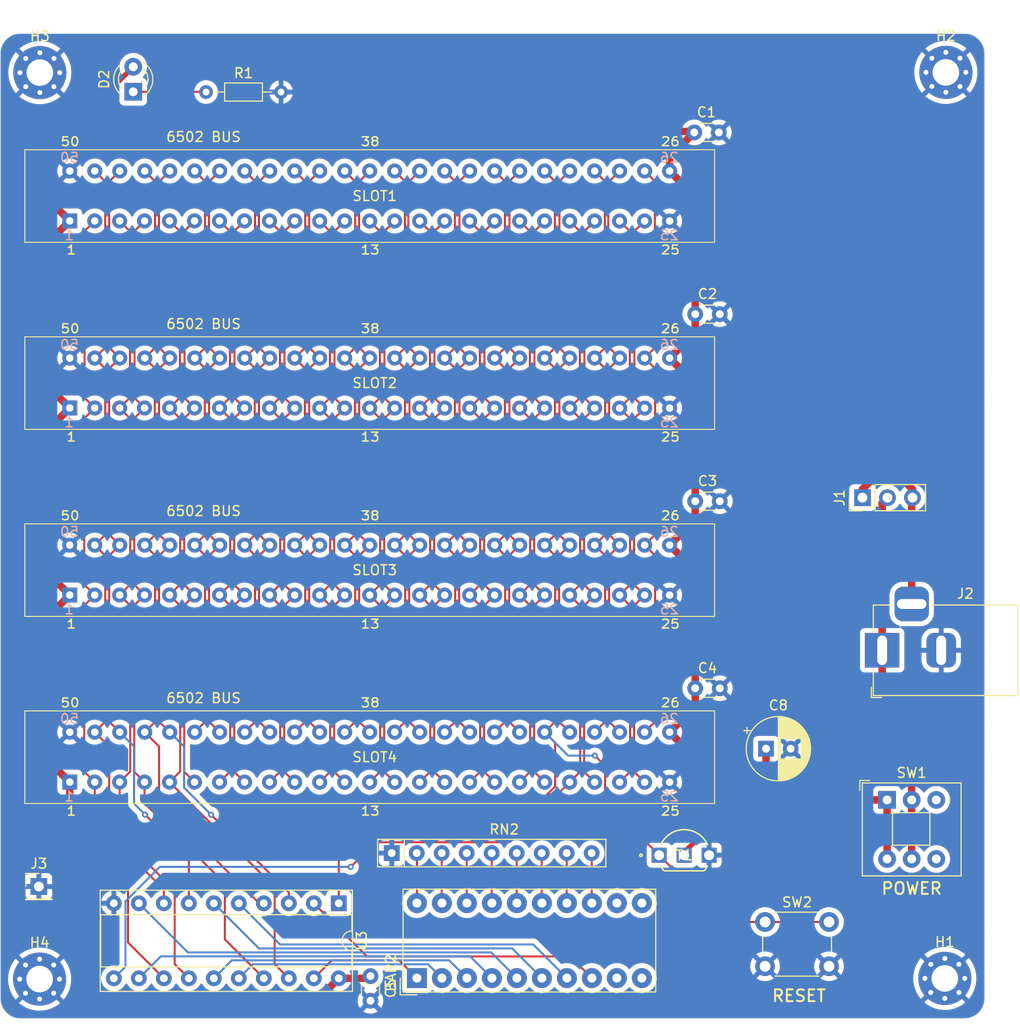
<source format=kicad_pcb>
(kicad_pcb (version 20221018) (generator pcbnew)
  (title_block (title "6502 Motherboard") (date "2023-10-17") (rev "1.0") (company "Mariano Luna"))
  (layers (0 "F.Cu" signal) (31 "B.Cu" signal) (34 "B.Paste" user) (35 "F.Paste" user) (36 "B.SilkS" user "B.Silkscreen") (37 "F.SilkS" user "F.Silkscreen") (38 "B.Mask" user) (39 "F.Mask" user) (44 "Edge.Cuts" user))
  (net 0 "")
  (net 1 "/L0")
  (net 2 "/L1")
  (net 3 "/L2")
  (net 4 "/L3")
  (net 5 "/L4")
  (net 6 "/L5")
  (net 7 "/L6")
  (net 8 "/L7")
  (net 13 "Net-(RN2-R8)")
  (net 14 "Net-(RN2-R7)")
  (net 15 "Net-(RN2-R6)")
  (net 16 "Net-(RN2-R5)")
  (net 17 "Net-(RN2-R4)")
  (net 18 "Net-(RN2-R3)")
  (net 19 "Net-(RN2-R2)")
  (net 20 "Net-(RN2-R1)")
  (net 21 "VCC")
  (net 22 "GND")
  (net 23 "Net-(D2-K)")
  (net 24 "/AUX GND")
  (net 25 "/5VDC IN")
  (net 26 "D4")
  (net 27 "D5")
  (net 28 "D6")
  (net 29 "D7")
  (net 30 "A0")
  (net 31 "A1")
  (net 32 "A2")
  (net 33 "A3")
  (net 34 "A4")
  (net 35 "A5")
  (net 36 "A6")
  (net 37 "A7")
  (net 38 "NC14")
  (net 39 "NC15")
  (net 40 "NC33")
  (net 41 "NC34")
  (net 42 "CLK")
  (net 43 "~{ROM_CS}")
  (net 44 "~{NMI}")
  (net 45 "~{IO_CS}")
  (net 46 "~{IO_06}")
  (net 47 "~{IO_04}")
  (net 48 "~{IO_02}")
  (net 49 "~{IO_01}")
  (net 50 "~{IO_03}")
  (net 51 "~{IO_05}")
  (net 52 "~{IO_07}")
  (net 53 "~{RESET}")
  (net 54 "~{IRQ}")
  (net 55 "~{RAM_CS}")
  (net 56 "~{RD}")
  (net 57 "~{WR}")
  (net 58 "NC37")
  (net 59 "A8")
  (net 60 "A9")
  (net 61 "A10")
  (net 62 "A11")
  (net 63 "A12")
  (net 64 "A13")
  (net 65 "A14")
  (net 66 "A15")
  (net 67 "D0")
  (net 68 "D1")
  (net 69 "D2")
  (net 70 "D3")
  (net 73 "~{IO_08}")
  (footprint "Package_DIP:DIP-20_W7.62mm_Socket" (layer "F.Cu") (at 119.38 140.3 -90)
    (fp_text reference "U3")
    (fp_text value "74HCT273")
  )
  (footprint "Display:HDSP-4850" (layer "F.Cu") (at 127.32 147.9 90)
    (fp_text reference "BAR2")
    (fp_text value "HDSP-4850_2")
  )
  (footprint "LED_THT:LED_D3.0mm" (layer "F.Cu") (at 98.49 57.875 90)
    (fp_text reference "D2")
    (fp_text value "POWER")
  )
  (footprint "Connector_Card:EDAC 395-050-520-201" (layer "F.Cu") (at 122.52 87.46)
    (fp_text reference "SLOT2")
    (fp_text value "6502 BUS ")
  )
  (footprint "Connector_PinHeader_2.54mm:PinHeader_1x01_P2.54mm_Vertical" (layer "F.Cu") (at 88.9 138.6)
    (fp_text reference "J3")
    (fp_text value "GND")
  )
  (footprint "Connector_Card:EDAC 395-050-520-201" (layer "F.Cu") (at 122.52 125.46)
    (fp_text reference "SLOT4")
    (fp_text value "6502 BUS ")
  )
  (footprint "MountingHole:MountingHole_2.7mm_M2.5_Pad_Via" (layer "F.Cu") (at 88.975 148)
    (fp_text reference "H4")
    (fp_text value "M")
  )
  (footprint "MountingHole:MountingHole_2.7mm_M2.5_Pad_Via" (layer "F.Cu") (at 89 55.925)
    (fp_text reference "H3")
    (fp_text value "M")
  )
  (footprint "Connector_Card:EDAC 395-050-520-201" (layer "F.Cu") (at 122.52 106.46)
    (fp_text reference "SLOT3")
    (fp_text value "6502 BUS ")
  )
  (footprint "Capacitor_THT:C_Disc_D3.0mm_W1.6mm_P2.50mm" (layer "F.Cu") (at 155.6 118.46)
    (fp_text reference "C4")
    (fp_text value "0.1uF")
  )
  (footprint "MountingHole:MountingHole_2.7mm_M2.5_Pad_Via" (layer "F.Cu") (at 181.075 55.9)
    (fp_text reference "H2")
    (fp_text value "M")
  )
  (footprint "Connector_BarrelJack:BarrelJack_Horizontal" (layer "F.Cu") (at 174.6 114.6 180)
    (fp_text reference "J2")
    (fp_text value "POWER 5V")
  )
  (footprint "Capacitor_THT:C_Disc_D3.0mm_W1.6mm_P2.50mm" (layer "F.Cu") (at 122.6 147.7 -90)
    (fp_text reference "C5")
    (fp_text value "0.1uF")
  )
  (footprint "Capacitor_THT:C_Disc_D3.0mm_W1.6mm_P2.50mm" (layer "F.Cu") (at 155.6 80.46)
    (fp_text reference "C2")
    (fp_text value "0.1uF")
  )
  (footprint "Package_TO_SOT_THT:21-0248A_MAXIM" (layer "F.Cu") (at 151.93625 135.42075)
    (fp_text reference "T1")
    (fp_text value "DS-1813")
  )
  (footprint "Resistor_THT:R_Array_SIP9" (layer "F.Cu") (at 124.76 135.2)
    (fp_text reference "RN2")
    (fp_text value "R_Network08_US")
  )
  (footprint "Resistor_THT:R_Axial_DIN0204_L3.6mm_D1.6mm_P7.62mm_Horizontal" (layer "F.Cu") (at 105.89 57.9)
    (fp_text reference "R1")
    (fp_text value "220")
  )
  (footprint "Connector_Card:EDAC 395-050-520-201" (layer "F.Cu") (at 122.52 68.46)
    (fp_text reference "SLOT1")
    (fp_text value "6502 BUS ")
  )
  (footprint "Capacitor_THT:C_Disc_D3.0mm_W1.6mm_P2.50mm" (layer "F.Cu") (at 155.6 99.46)
    (fp_text reference "C3")
    (fp_text value "0.1uF")
  )
  (footprint "Button_Switch_THT:SW_Push_2P2T_Toggle_CK_PVA2OAH5xxxxxxV2" (layer "F.Cu") (at 175.1 129.8)
    (fp_text reference "SW1")
    (fp_text value "POWER")
  )
  (footprint "Connector_PinHeader_2.54mm:PinHeader_1x03_P2.54mm_Vertical" (layer "F.Cu") (at 172.6 99.1 90)
    (fp_text reference "J1")
    (fp_text value "AUX 5VDC")
  )
  (footprint "Capacitor_THT:C_Disc_D3.0mm_W1.6mm_P2.50mm" (layer "F.Cu") (at 155.5 62)
    (fp_text reference "C1")
    (fp_text value "0.1uF")
  )
  (footprint "MountingHole:MountingHole_2.7mm_M2.5_Pad_Via" (layer "F.Cu") (at 180.968109 147.931891)
    (fp_text reference "H1")
    (fp_text value "M")
  )
  (footprint "Button_Switch_THT:SW_PUSH_6mm_H5mm" (layer "F.Cu") (at 162.7 142.2)
    (fp_text reference "SW2")
    (fp_text value "SW_Push")
  )
  (footprint "Capacitor_THT:CP_Radial_D6.3mm_P2.50mm" (layer "F.Cu") (at 162.8 124.6)
    (fp_text reference "C8")
    (fp_text value "1000uF")
  )
  (gr_arc (start 184.997387 149.95778) (mid 184.4 151.4) (end 182.95778 151.997387) (stroke (width 0.05)) (layer "Edge.Cuts"))
  (gr_line (start 85.002613 149.95778) (end 85.002613 54) (stroke (width 0.05)) (layer "Edge.Cuts"))
  (gr_arc (start 87.04222 151.997387) (mid 85.6 151.4) (end 85.002613 149.95778) (stroke (width 0.05)) (layer "Edge.Cuts"))
  (gr_line (start 182.95778 151.997387) (end 87.04222 151.997387) (stroke (width 0.05)) (layer "Edge.Cuts"))
  (gr_line (start 185 54) (end 185 149.95778) (stroke (width 0.05)) (layer "Edge.Cuts"))
  (gr_line (start 182.960393 51.960393) (end 87 51.960393) (stroke (width 0.05)) (layer "Edge.Cuts"))
  (gr_arc (start 85 54) (mid 85.577584 52.565983) (end 87 51.960393) (stroke (width 0.05)) (layer "Edge.Cuts"))
  (gr_arc (start 182.960393 51.960393) (mid 184.402613 52.55778) (end 185 54) (stroke (width 0.05)) (layer "Edge.Cuts"))
  (gr_text "RESET" (at 163.3 150.4) (layer "F.SilkS") (effects (font (size 1.2 1.2) (thickness 0.2) bold) (justify left bottom)))
  (segment (start 122.072989 146.1032) (end 125.5232 146.1032) (width 0.2032) (layer "F.Cu") (net 1))
  (segment (start 118.66 146.1) (end 122.069789 146.1) (width 0.2032) (layer "F.Cu") (net 1))
  (segment (start 125.5232 146.1032) (end 127.32 147.9) (width 0.2032) (layer "F.Cu") (net 1))
  (segment (start 116.84 147.92) (end 118.66 146.1) (width 0.2032) (layer "F.Cu") (net 1))
  (segment (start 122.069789 146.1) (end 122.072989 146.1032) (width 0.2032) (layer "F.Cu") (net 1))
  (segment (start 110.64 146.5) (end 128.46 146.5) (width 0.2032) (layer "B.Cu") (net 2))
  (segment (start 128.46 146.5) (end 129.86 147.9) (width 0.2032) (layer "B.Cu") (net 2))
  (segment (start 109.22 147.92) (end 110.64 146.5) (width 0.2032) (layer "B.Cu") (net 2))
  (segment (start 106.68 147.92) (end 108.5032 146.0968) (width 0.2032) (layer "B.Cu") (net 3))
  (segment (start 130.5968 146.0968) (end 132.4 147.9) (width 0.2032) (layer "B.Cu") (net 3))
  (segment (start 108.5032 146.0968) (end 130.5968 146.0968) (width 0.2032) (layer "B.Cu") (net 3))
  (segment (start 132.7336 145.6936) (end 134.94 147.9) (width 0.2032) (layer "B.Cu") (net 4))
  (segment (start 99.06 147.92) (end 101.2864 145.6936) (width 0.2032) (layer "B.Cu") (net 4))
  (segment (start 101.2864 145.6936) (end 132.7336 145.6936) (width 0.2032) (layer "B.Cu") (net 4))
  (segment (start 104.0504 145.2904) (end 134.8704 145.2904) (width 0.2032) (layer "B.Cu") (net 5))
  (segment (start 99.06 140.3) (end 104.0504 145.2904) (width 0.2032) (layer "B.Cu") (net 5))
  (segment (start 134.8704 145.2904) (end 137.48 147.9) (width 0.2032) (layer "B.Cu") (net 5))
  (segment (start 111.2672 144.8872) (end 137.0072 144.8872) (width 0.2032) (layer "B.Cu") (net 6))
  (segment (start 106.68 140.3) (end 111.2672 144.8872) (width 0.2032) (layer "B.Cu") (net 6))
  (segment (start 137.0072 144.8872) (end 140.02 147.9) (width 0.2032) (layer "B.Cu") (net 6))
  (segment (start 139.144 144.484) (end 142.56 147.9) (width 0.2032) (layer "B.Cu") (net 7))
  (segment (start 113.404 144.484) (end 139.144 144.484) (width 0.2032) (layer "B.Cu") (net 7))
  (segment (start 109.22 140.3) (end 113.404 144.484) (width 0.2032) (layer "B.Cu") (net 7))
  (segment (start 142.9 145.7) (end 145.1 147.9) (width 0.2032) (layer "F.Cu") (net 8))
  (segment (start 116.84 140.3) (end 122.24 145.7) (width 0.2032) (layer "F.Cu") (net 8))
  (segment (start 122.24 145.7) (end 142.9 145.7) (width 0.2032) (layer "F.Cu") (net 8))
  (segment (start 145.08 135.2) (end 145.08 140.26) (width 0.2032) (layer "F.Cu") (net 13))
  (segment (start 145.08 140.26) (end 145.1 140.28) (width 0.2032) (layer "F.Cu") (net 13))
  (segment (start 142.54 135.2) (end 142.54 140.26) (width 0.2032) (layer "F.Cu") (net 14))
  (segment (start 142.54 140.26) (end 142.56 140.28) (width 0.2032) (layer "F.Cu") (net 14))
  (segment (start 140 140.26) (end 140.02 140.28) (width 0.2032) (layer "F.Cu") (net 15))
  (segment (start 140 135.2) (end 140 140.26) (width 0.2032) (layer "F.Cu") (net 15))
  (segment (start 137.46 140.26) (end 137.48 140.28) (width 0.2032) (layer "F.Cu") (net 16))
  (segment (start 137.46 135.2) (end 137.46 140.26) (width 0.2032) (layer "F.Cu") (net 16))
  (segment (start 134.92 135.2) (end 134.92 140.26) (width 0.2032) (layer "F.Cu") (net 17))
  (segment (start 134.92 140.26) (end 134.94 140.28) (width 0.2032) (layer "F.Cu") (net 17))
  (segment (start 132.38 140.26) (end 132.4 140.28) (width 0.2032) (layer "F.Cu") (net 18))
  (segment (start 132.38 135.2) (end 132.38 140.26) (width 0.2032) (layer "F.Cu") (net 18))
  (segment (start 129.84 135.2) (end 129.84 140.26) (width 0.2032) (layer "F.Cu") (net 19))
  (segment (start 129.84 140.26) (end 129.86 140.28) (width 0.2032) (layer "F.Cu") (net 19))
  (segment (start 127.32 135.22) (end 127.3 135.2) (width 0.2032) (layer "F.Cu") (net 20))
  (segment (start 127.32 140.28) (end 127.32 135.22) (width 0.2032) (layer "F.Cu") (net 20))
  (segment (start 92.04 127.99) (end 90.3 126.25) (width 0.762) (layer "F.Cu") (net 21))
  (segment (start 158.94 128.86) (end 159.88 129.8) (width 0.762) (layer "F.Cu") (net 21))
  (segment (start 119.38 147.92) (end 122.38 147.92) (width 0.762) (layer "F.Cu") (net 21))
  (segment (start 92.04 145.94) (end 95.9 149.8) (width 0.762) (layer "F.Cu") (net 21))
  (segment (start 153 65.92) (end 155.6 68.52) (width 0.762) (layer "F.Cu") (net 21))
  (segment (start 159.88 129.8) (end 175.1 129.8) (width 0.762) (layer "F.Cu") (net 21))
  (segment (start 98.49 55.335) (end 92.5 61.325) (width 0.508) (layer "F.Cu") (net 21))
  (segment (start 153 64.5) (end 155.5 62) (width 0.762) (layer "F.Cu") (net 21))
  (segment (start 162.8 126.8) (end 159.84 129.76) (width 0.762) (layer "F.Cu") (net 21))
  (segment (start 155.6 106.52) (end 155.6 118.46) (width 0.762) (layer "F.Cu") (net 21))
  (segment (start 90.1 72.93) (end 92.04 70.99) (width 0.762) (layer "F.Cu") (net 21))
  (segment (start 122.38 147.92) (end 122.6 147.7) (width 0.762) (layer "F.Cu") (net 21))
  (segment (start 155.6 68.52) (end 155.6 80.46) (width 0.762) (layer "F.Cu") (net 21))
  (segment (start 155.6 87.52) (end 155.6 99.46) (width 0.762) (layer "F.Cu") (net 21))
  (segment (start 92.04 89.99) (end 90.1 88.05) (width 0.762) (layer "F.Cu") (net 21))
  (segment (start 90.2 107.15) (end 90.2 91.83) (width 0.762) (layer "F.Cu") (net 21))
  (segment (start 155.5 62) (end 155.4 61.9) (width 0.762) (layer "F.Cu") (net 21))
  (segment (start 95.9 149.8) (end 117.5 149.8) (width 0.762) (layer "F.Cu") (net 21))
  (segment (start 155.6 101.32) (end 153 103.92) (width 0.762) (layer "F.Cu") (net 21))
  (segment (start 90.2 91.83) (end 92.04 89.99) (width 0.762) (layer "F.Cu") (net 21))
  (segment (start 92.04 108.99) (end 90.2 107.15) (width 0.762) (layer "F.Cu") (net 21))
  (segment (start 155.4 61.9) (end 92.5 61.9) (width 0.762) (layer "F.Cu") (net 21))
  (segment (start 153 103.92) (end 155.6 106.52) (width 0.762) (layer "F.Cu") (net 21))
  (segment (start 155.6 118.46) (end 155.6 120.32) (width 0.762) (layer "F.Cu") (net 21))
  (segment (start 175.1 129.8) (end 175.1 135.8) (width 0.762) (layer "F.Cu") (net 21))
  (segment (start 90.1 69.05) (end 92.04 70.99) (width 0.762) (layer "F.Cu") (net 21))
  (segment (start 155.6 80.46) (end 155.6 82.32) (width 0.762) (layer "F.Cu") (net 21))
  (segment (start 153 65.92) (end 153 64.5) (width 0.762) (layer "F.Cu") (net 21))
  (segment (start 155.6 120.32) (end 153 122.92) (width 0.762) (layer "F.Cu") (net 21))
  (segment (start 155.6 99.46) (end 155.6 101.32) (width 0.762) (layer "F.Cu") (net 21))
  (segment (start 159.84 129.76) (end 159.3 129.22) (width 0.762) (layer "F.Cu") (net 21))
  (segment (start 154.47625 135.12375) (end 159.84 129.76) (width 0.508) (layer "F.Cu") (net 21))
  (segment (start 90.3 110.73) (end 92.04 108.99) (width 0.762) (layer "F.Cu") (net 21))
  (segment (start 90.3 126.25) (end 90.3 110.73) (width 0.762) (layer "F.Cu") (net 21))
  (segment (start 153 122.92) (end 158.94 128.86) (width 0.762) (layer "F.Cu") (net 21))
  (segment (start 154.47625 135.42075) (end 154.47625 135.12375) (width 0.508) (layer "F.Cu") (net 21))
  (segment (start 162.8 124.6) (end 162.8 126.8) (width 0.762) (layer "F.Cu") (net 21))
  (segment (start 92.04 127.99) (end 92.04 145.94) (width 0.762) (layer "F.Cu") (net 21))
  (segment (start 92.5 61.9) (end 90.1 64.3) (width 0.762) (layer "F.Cu") (net 21))
  (segment (start 159.3 129.22) (end 158.94 128.86) (width 0.508) (layer "F.Cu") (net 21))
  (segment (start 155.6 82.32) (end 153 84.92) (width 0.762) (layer "F.Cu") (net 21))
  (segment (start 153 84.92) (end 155.6 87.52) (width 0.762) (layer "F.Cu") (net 21))
  (segment (start 90.1 88.05) (end 90.1 72.93) (width 0.762) (layer "F.Cu") (net 21))
  (segment (start 92.5 61.325) (end 92.5 61.9) (width 0.508) (layer "F.Cu") (net 21))
  (segment (start 117.5 149.8) (end 119.38 147.92) (width 0.762) (layer "F.Cu") (net 21))
  (segment (start 90.1 64.3) (end 90.1 69.05) (width 0.762) (layer "F.Cu") (net 21))
  (segment (start 105.865 57.875) (end 105.89 57.9) (width 0.2032) (layer "F.Cu") (net 23))
  (segment (start 98.49 57.875) (end 105.865 57.875) (width 0.2032) (layer "F.Cu") (net 23))
  (segment (start 177.68 98.24) (end 176.74 97.3) (width 0.762) (layer "F.Cu") (net 24))
  (segment (start 173.54 97.3) (end 172.6 98.24) (width 0.762) (layer "F.Cu") (net 24))
  (segment (start 176.74 97.3) (end 173.54 97.3) (width 0.762) (layer "F.Cu") (net 24))
  (segment (start 172.6 98.24) (end 172.6 99.1) (width 0.762) (layer "F.Cu") (net 24))
  (segment (start 177.6 99.18) (end 177.68 99.1) (width 0.762) (layer "F.Cu") (net 24))
  (segment (start 177.6 109.9) (end 177.6 99.18) (width 0.762) (layer "F.Cu") (net 24))
  (segment (start 177.68 99.1) (end 177.68 98.24) (width 0.762) (layer "F.Cu") (net 24))
  (segment (start 175.14 99.1) (end 174.6 99.64) (width 0.762) (layer "F.Cu") (net 25))
  (segment (start 177.6 135.8) (end 177.6 129.8) (width 0.762) (layer "F.Cu") (net 25))
  (segment (start 174.6 114.6) (end 174.6 124.9) (width 0.762) (layer "F.Cu") (net 25))
  (segment (start 174.6 99.64) (end 174.6 114.6) (width 0.762) (layer "F.Cu") (net 25))
  (segment (start 174.6 124.9) (end 177.6 127.9) (width 0.762) (layer "F.Cu") (net 25))
  (segment (start 177.6 127.9) (end 177.6 129.8) (width 0.762) (layer "F.Cu") (net 25))
  (segment (start 96.0464 133.3464) (end 101.6 138.9) (width 0.2032) (layer "F.Cu") (net 26))
  (segment (start 95.6436 85.9836) (end 95.6436 102.8564) (width 0.2032) (layer "F.Cu") (net 26))
  (segment (start 95.6436 121.8564) (end 94.58 122.92) (width 0.2032) (layer "F.Cu") (net 26))
  (segment (start 94.58 103.92) (end 95.6436 104.9836) (width 0.2032) (layer "F.Cu") (net 26))
  (segment (start 101.6 138.9) (end 101.6 140.3) (width 0.2032) (layer "F.Cu") (net 26))
  (segment (start 94.58 65.92) (end 95.6436 66.9836) (width 0.2032) (layer "F.Cu") (net 26))
  (segment (start 95.6436 66.9836) (end 95.6436 83.8564) (width 0.2032) (layer "F.Cu") (net 26))
  (segment (start 95.6436 83.8564) (end 94.58 84.92) (width 0.2032) (layer "F.Cu") (net 26))
  (segment (start 94.58 84.92) (end 95.6436 85.9836) (width 0.2032) (layer "F.Cu") (net 26))
  (segment (start 95.6436 102.8564) (end 94.58 103.92) (width 0.2032) (layer "F.Cu") (net 26))
  (segment (start 95.6436 104.9836) (end 95.6436 121.8564) (width 0.2032) (layer "F.Cu") (net 26))
  (segment (start 96.0464 124.3864) (end 96.0464 133.3464) (width 0.2032) (layer "F.Cu") (net 26))
  (segment (start 94.58 122.92) (end 96.0464 124.3864) (width 0.2032) (layer "F.Cu") (net 26))
  (segment (start 99.7 131.3) (end 104.14 135.74) (width 0.2032) (layer "F.Cu") (net 27))
  (segment (start 96.0464 121.8464) (end 96.0464 104.9936) (width 0.2032) (layer "F.Cu") (net 27))
  (segment (start 104.14 135.74) (end 104.14 140.3) (width 0.2032) (layer "F.Cu") (net 27))
  (segment (start 96.0464 66.9936) (end 96.0464 83.8464) (width 0.2032) (layer "F.Cu") (net 27))
  (segment (start 96.0464 104.9936) (end 97.12 103.92) (width 0.2032) (layer "F.Cu") (net 27))
  (segment (start 97.12 84.92) (end 96.0464 85.9936) (width 0.2032) (layer "F.Cu") (net 27))
  (segment (start 96.0464 85.9936) (end 96.0464 102.8464) (width 0.2032) (layer "F.Cu") (net 27))
  (segment (start 96.0464 102.8464) (end 97.12 103.92) (width 0.2032) (layer "F.Cu") (net 27))
  (segment (start 96.0464 83.8464) (end 97.12 84.92) (width 0.2032) (layer "F.Cu") (net 27))
  (segment (start 97.12 122.92) (end 96.0464 121.8464) (width 0.2032) (layer "F.Cu") (net 27))
  (segment (start 97.12 65.92) (end 96.0464 66.9936) (width 0.2032) (layer "F.Cu") (net 27))
  (via (at 99.7 131.3) (size 0.61) (drill 0.3) (layers "F.Cu" "B.Cu") (net 27))
  (segment (start 98.5764 124.3764) (end 97.12 122.92) (width 0.2032) (layer "B.Cu") (net 27))
  (segment (start 98.5764 130.1764) (end 98.5764 124.3764) (width 0.2032) (layer "B.Cu") (net 27))
  (segment (start 99.7 131.3) (end 98.5764 130.1764) (width 0.2032) (layer "B.Cu") (net 27))
  (segment (start 100.7036 66.9636) (end 100.7036 83.8764) (width 0.2032) (layer "F.Cu") (net 28))
  (segment (start 100.6782 85.9382) (end 99.66 84.92) (width 0.2032) (layer "F.Cu") (net 28))
  (segment (start 111.3 140.3) (end 111.76 140.3) (width 0.2032) (layer "F.Cu") (net 28))
  (segment (start 100.7036 121.8764) (end 99.66 122.92) (width 0.2032) (layer "F.Cu") (net 28))
  (segment (start 99.66 65.92) (end 100.7036 66.9636) (width 0.2032) (layer "F.Cu") (net 28))
  (segment (start 99.66 103.92) (end 100.7036 104.9636) (width 0.2032) (layer "F.Cu") (net 28))
  (segment (start 100.7036 83.8764) (end 99.66 84.92) (width 0.2032) (layer "F.Cu") (net 28))
  (segment (start 99.66 122.92) (end 101.1164 124.3764) (width 0.2032) (layer "F.Cu") (net 28))
  (segment (start 101.1164 124.3764) (end 101.1164 130.1164) (width 0.2032) (layer "F.Cu") (net 28))
  (segment (start 100.7036 104.9636) (end 100.7036 121.8764) (width 0.2032) (layer "F.Cu") (net 28))
  (segment (start 99.66 103.92) (end 100.6782 102.9018) (width 0.2032) (layer "F.Cu") (net 28))
  (segment (start 100.6782 102.9018) (end 100.6782 85.9382) (width 0.2032) (layer "F.Cu") (net 28))
  (segment (start 101.1164 130.1164) (end 111.3 140.3) (width 0.2032) (layer "F.Cu") (net 28))
  (segment (start 102.2 65.92) (end 101.1068 67.0132) (width 0.2032) (layer "F.Cu") (net 29))
  (segment (start 101.1068 67.0132) (end 101.1068 83.8268) (width 0.2032) (layer "F.Cu") (net 29))
  (segment (start 101.1164 86.0036) (end 101.1164 102.8364) (width 0.2032) (layer "F.Cu") (net 29))
  (segment (start 101.1164 121.8364) (end 101.1164 105.0036) (width 0.2032) (layer "F.Cu") (net 29))
  (segment (start 114.3 139.2) (end 114.3 140.3) (width 0.2032) (layer "F.Cu") (net 29))
  (segment (start 101.1164 105.0036) (end 102.2 103.92) (width 0.2032) (layer "F.Cu") (net 29))
  (segment (start 102.2 84.92) (end 101.1164 86.0036) (width 0.2032) (layer "F.Cu") (net 29))
  (segment (start 102.2 122.92) (end 101.1164 121.8364) (width 0.2032) (layer "F.Cu") (net 29))
  (segment (start 101.1068 83.8268) (end 102.2 84.92) (width 0.2032) (layer "F.Cu") (net 29))
  (segment (start 106.4 131.3) (end 114.3 139.2) (width 0.2032) (layer "F.Cu") (net 29))
  (segment (start 101.1164 102.8364) (end 102.2 103.92) (width 0.2032) (layer "F.Cu") (net 29))
  (via (at 106.4 131.3) (size 0.61) (drill 0.3) (layers "F.Cu" "B.Cu") (net 29))
  (segment (start 103.6564 128.5564) (end 103.6564 124.3764) (width 0.2032) (layer "B.Cu") (net 29))
  (segment (start 103.6564 124.3764) (end 102.2 122.92) (width 0.2032) (layer "B.Cu") (net 29))
  (segment (start 106.4 131.3) (end 103.6564 128.5564) (width 0.2032) (layer "B.Cu") (net 29))
  (segment (start 103.6764 91.0336) (end 104.72 89.99) (width 0.2032) (layer "F.Cu") (net 30))
  (segment (start 104.72 108.99) (end 103.6764 110.0336) (width 0.2032) (layer "F.Cu") (net 30))
  (segment (start 104.72 108.99) (end 103.6764 107.9464) (width 0.2032) (layer "F.Cu") (net 30))
  (segment (start 103.6764 107.9464) (end 103.6764 91.0336) (width 0.2032) (layer "F.Cu") (net 30))
  (segment (start 104.72 89.99) (end 103.7018 88.9718) (width 0.2032) (layer "F.Cu") (net 30))
  (segment (start 103.7018 88.9718) (end 103.7018 72.0082) (width 0.2032) (layer "F.Cu") (net 30))
  (segment (start 103.6764 110.0336) (end 103.6764 126.9464) (width 0.2032) (layer "F.Cu") (net 30))
  (segment (start 103.6764 126.9464) (end 104.72 127.99) (width 0.2032) (layer "F.Cu") (net 30))
  (segment (start 103.7018 72.0082) (end 104.72 70.99) (width 0.2032) (layer "F.Cu") (net 30))
  (segment (start 108.3436 110.0736) (end 107.26 108.99) (width 0.2032) (layer "F.Cu") (net 31))
  (segment (start 108.3436 91.0736) (end 108.3436 107.9064) (width 0.2032) (layer "F.Cu") (net 31))
  (segment (start 107.26 70.99) (end 108.3182 72.0482) (width 0.2032) (layer "F.Cu") (net 31))
  (segment (start 107.26 127.99) (end 108.3436 126.9064) (width 0.2032) (layer "F.Cu") (net 31))
  (segment (start 108.3182 72.0482) (end 108.3182 88.9318) (width 0.2032) (layer "F.Cu") (net 31))
  (segment (start 108.3182 88.9318) (end 107.26 89.99) (width 0.2032) (layer "F.Cu") (net 31))
  (segment (start 108.3436 126.9064) (end 108.3436 110.0736) (width 0.2032) (layer "F.Cu") (net 31))
  (segment (start 107.26 89.99) (end 108.3436 91.0736) (width 0.2032) (layer "F.Cu") (net 31))
  (segment (start 108.3436 107.9064) (end 107.26 108.99) (width 0.2032) (layer "F.Cu") (net 31))
  (segment (start 108.7818 72.0082) (end 109.8 70.99) (width 0.2032) (layer "F.Cu") (net 32))
  (segment (start 108.7564 110.0336) (end 108.7564 126.9464) (width 0.2032) (layer "F.Cu") (net 32))
  (segment (start 109.8 89.99) (end 108.7818 88.9718) (width 0.2032) (layer "F.Cu") (net 32))
  (segment (start 108.7564 91.0336) (end 109.8 89.99) (width 0.2032) (layer "F.Cu") (net 32))
  (segment (start 109.8 108.99) (end 108.7564 107.9464) (width 0.2032) (layer "F.Cu") (net 32))
  (segment (start 109.8 108.99) (end 108.7564 110.0336) (width 0.2032) (layer "F.Cu") (net 32))
  (segment (start 108.7564 126.9464) (end 109.8 127.99) (width 0.2032) (layer "F.Cu") (net 32))
  (segment (start 108.7818 88.9718) (end 108.7818 72.0082) (width 0.2032) (layer "F.Cu") (net 32))
  (segment (start 108.7564 107.9464) (end 108.7564 91.0336) (width 0.2032) (layer "F.Cu") (net 32))
  (segment (start 112.34 70.99) (end 113.3982 72.0482) (width 0.2032) (layer "F.Cu") (net 33))
  (segment (start 112.34 89.99) (end 113.4236 91.0736) (width 0.2032) (layer "F.Cu") (net 33))
  (segment (start 113.4236 126.9064) (end 113.4236 110.0736) (width 0.2032) (layer "F.Cu") (net 33))
  (segment (start 113.4236 91.0736) (end 113.4236 107.9064) (width 0.2032) (layer "F.Cu") (net 33))
  (segment (start 113.4236 107.9064) (end 112.34 108.99) (width 0.2032) (layer "F.Cu") (net 33))
  (segment (start 113.3982 88.9318) (end 112.34 89.99) (width 0.2032) (layer "F.Cu") (net 33))
  (segment (start 112.34 127.99) (end 113.4236 126.9064) (width 0.2032) (layer "F.Cu") (net 33))
  (segment (start 113.4236 110.0736) (end 112.34 108.99) (width 0.2032) (layer "F.Cu") (net 33))
  (segment (start 113.3982 72.0482) (end 113.3982 88.9318) (width 0.2032) (layer "F.Cu") (net 33))
  (segment (start 113.8364 110.0636) (end 113.8364 126.9364) (width 0.2032) (layer "F.Cu") (net 34))
  (segment (start 113.8364 126.9364) (end 114.9 128) (width 0.2032) (layer "F.Cu") (net 34))
  (segment (start 113.8364 91.0636) (end 114.9 90) (width 0.2032) (layer "F.Cu") (net 34))
  (segment (start 113.8364 107.9364) (end 113.8364 91.0636) (width 0.2032) (layer "F.Cu") (net 34))
  (segment (start 113.8618 72.0382) (end 114.9 71) (width 0.2032) (layer "F.Cu") (net 34))
  (segment (start 114.9 109) (end 113.8364 107.9364) (width 0.2032) (layer "F.Cu") (net 34))
  (segment (start 113.8618 88.9618) (end 113.8618 72.0382) (width 0.2032) (layer "F.Cu") (net 34))
  (segment (start 114.9 109) (end 113.8364 110.0636) (width 0.2032) (layer "F.Cu") (net 34))
  (segment (start 114.9 90) (end 113.8618 88.9618) (width 0.2032) (layer "F.Cu") (net 34))
  (segment (start 118.5036 107.9364) (end 117.44 109) (width 0.2032) (layer "F.Cu") (net 35))
  (segment (start 117.44 128) (end 118.5036 126.9364) (width 0.2032) (layer "F.Cu") (net 35))
  (segment (start 118.5036 110.0636) (end 117.44 109) (width 0.2032) (layer "F.Cu") (net 35))
  (segment (start 117.44 71) (end 118.4782 72.0382) (width 0.2032) (layer "F.Cu") (net 35))
  (segment (start 118.5036 126.9364) (end 118.5036 110.0636) (width 0.2032) (layer "F.Cu") (net 35))
  (segment (start 117.44 90) (end 118.5036 91.0636) (width 0.2032) (layer "F.Cu") (net 35))
  (segment (start 118.5036 91.0636) (end 118.5036 107.9364) (width 0.2032) (layer "F.Cu") (net 35))
  (segment (start 118.4782 88.9618) (end 117.44 90) (width 0.2032) (layer "F.Cu") (net 35))
  (segment (start 118.4782 72.0382) (end 118.4782 88.9618) (width 0.2032) (layer "F.Cu") (net 35))
  (segment (start 119.98 90) (end 118.9418 88.9618) (width 0.2032) (layer "F.Cu") (net 36))
  (segment (start 118.9164 110.0636) (end 118.9164 126.9364) (width 0.2032) (layer "F.Cu") (net 36))
  (segment (start 118.9418 88.9618) (end 118.9418 72.0382) (width 0.2032) (layer "F.Cu") (net 36))
  (segment (start 118.9164 91.0636) (end 119.98 90) (width 0.2032) (layer "F.Cu") (net 36))
  (segment (start 118.9164 107.9364) (end 118.9164 91.0636) (width 0.2032) (layer "F.Cu") (net 36))
  (segment (start 118.9418 72.0382) (end 119.98 71) (width 0.2032) (layer "F.Cu") (net 36))
  (segment (start 118.9164 126.9364) (end 119.98 128) (width 0.2032) (layer "F.Cu") (net 36))
  (segment (start 119.98 109) (end 118.9164 107.9364) (width 0.2032) (layer "F.Cu") (net 36))
  (segment (start 119.98 109) (end 118.9164 110.0636) (width 0.2032) (layer "F.Cu") (net 36))
  (segment (start 122.52 71) (end 123.5582 72.0382) (width 0.2032) (layer "F.Cu") (net 37))
  (segment (start 123.5836 107.9364) (end 122.52 109) (width 0.2032) (layer "F.Cu") (net 37))
  (segment (start 123.5836 126.9364) (end 123.5836 110.0636) (width 0.2032) (layer "F.Cu") (net 37))
  (segment (start 123.5582 72.0382) (end 123.5582 88.9618) (width 0.2032) (layer "F.Cu") (net 37))
  (segment (start 122.52 90) (end 123.5836 91.0636) (width 0.2032) (layer "F.Cu") (net 37))
  (segment (start 122.52 128) (end 123.5836 126.9364) (width 0.2032) (layer "F.Cu") (net 37))
  (segment (start 123.5582 88.9618) (end 122.52 90) (width 0.2032) (layer "F.Cu") (net 37))
  (segment (start 123.5836 110.0636) (end 122.52 109) (width 0.2032) (layer "F.Cu") (net 37))
  (segment (start 123.5836 91.0636) (end 123.5836 107.9364) (width 0.2032) (layer "F.Cu") (net 37))
  (segment (start 125.06 109) (end 123.9964 107.9364) (width 0.2032) (layer "F.Cu") (net 38))
  (segment (start 123.9964 91.0636) (end 125.06 90) (width 0.2032) (layer "F.Cu") (net 38))
  (segment (start 125.06 90) (end 124.0218 88.9618) (width 0.2032) (layer "F.Cu") (net 38))
  (segment (start 125.06 109) (end 123.9964 110.0636) (width 0.2032) (layer "F.Cu") (net 38))
  (segment (start 124.0218 88.9618) (end 124.0218 72.0382) (width 0.2032) (layer "F.Cu") (net 38))
  (segment (start 123.9964 126.9364) (end 125.06 128) (width 0.2032) (layer "F.Cu") (net 38))
  (segment (start 123.9964 110.0636) (end 123.9964 126.9364) (width 0.2032) (layer "F.Cu") (net 38))
  (segment (start 124.0218 72.0382) (end 125.06 71) (width 0.2032) (layer "F.Cu") (net 38))
  (segment (start 123.9964 107.9364) (end 123.9964 91.0636) (width 0.2032) (layer "F.Cu") (net 38))
  (segment (start 128.6382 72.0382) (end 128.6382 88.9618) (width 0.2032) (layer "F.Cu") (net 39))
  (segment (start 128.6382 88.9618) (end 127.6 90) (width 0.2032) (layer "F.Cu") (net 39))
  (segment (start 127.6 71) (end 128.6382 72.0382) (width 0.2032) (layer "F.Cu") (net 39))
  (segment (start 127.6 109) (end 128.6636 107.9364) (width 0.2032) (layer "F.Cu") (net 39))
  (segment (start 127.6 128) (end 128.6732 126.9268) (width 0.2032) (layer "F.Cu") (net 39))
  (segment (start 128.6732 126.9268) (end 128.6732 110.0732) (width 0.2032) (layer "F.Cu") (net 39))
  (segment (start 128.6636 91.0636) (end 127.6 90) (width 0.2032) (layer "F.Cu") (net 39))
  (segment (start 128.6636 107.9364) (end 128.6636 91.0636) (width 0.2032) (layer "F.Cu") (net 39))
  (segment (start 128.6732 110.0732) (end 127.6 109) (width 0.2032) (layer "F.Cu") (net 39))
  (segment (start 135.22 84.92) (end 136.2582 85.9582) (width 0.2032) (layer "F.Cu") (net 40))
  (segment (start 136.2582 102.8818) (end 135.22 103.92) (width 0.2032) (layer "F.Cu") (net 40))
  (segment (start 136.2836 121.8564) (end 135.22 122.92) (width 0.2032) (layer "F.Cu") (net 40))
  (segment (start 135.22 65.92) (end 136.2582 66.9582) (width 0.2032) (layer "F.Cu") (net 40))
  (segment (start 135.22 103.92) (end 136.2836 104.9836) (width 0.2032) (layer "F.Cu") (net 40))
  (segment (start 136.2582 66.9582) (end 136.2582 83.8818) (width 0.2032) (layer "F.Cu") (net 40))
  (segment (start 136.2836 104.9836) (end 136.2836 121.8564) (width 0.2032) (layer "F.Cu") (net 40))
  (segment (start 136.2582 85.9582) (end 136.2582 102.8818) (width 0.2032) (layer "F.Cu") (net 40))
  (segment (start 136.2582 83.8818) (end 135.22 84.92) (width 0.2032) (layer "F.Cu") (net 40))
  (segment (start 131.6418 85.9582) (end 132.68 84.92) (width 0.2032) (layer "F.Cu") (net 41))
  (segment (start 132.68 122.92) (end 131.6164 121.8564) (width 0.2032) (layer "F.Cu") (net 41))
  (segment (start 131.6164 104.9836) (end 132.68 103.92) (width 0.2032) (layer "F.Cu") (net 41))
  (segment (start 131.6418 66.9582) (end 132.68 65.92) (width 0.2032) (layer "F.Cu") (net 41))
  (segment (start 132.68 84.92) (end 131.6418 83.8818) (width 0.2032) (layer "F.Cu") (net 41))
  (segment (start 131.6418 102.8818) (end 131.6418 85.9582) (width 0.2032) (layer "F.Cu") (net 41))
  (segment (start 131.6418 83.8818) (end 131.6418 66.9582) (width 0.2032) (layer "F.Cu") (net 41))
  (segment (start 131.6164 121.8564) (end 131.6164 104.9836) (width 0.2032) (layer "F.Cu") (net 41))
  (segment (start 132.68 103.92) (end 131.6418 102.8818) (width 0.2032) (layer "F.Cu") (net 41))
  (segment (start 134.1564 91.0636) (end 134.1564 107.9364) (width 0.2032) (layer "F.Cu") (net 42))
  (segment (start 135.22 90) (end 134.1564 91.0636) (width 0.2032) (layer "F.Cu") (net 42))
  (segment (start 134.1818 88.9618) (end 134.1818 72.0382) (width 0.2032) (layer "F.Cu") (net 42))
  (segment (start 134.1818 72.0382) (end 135.22 71) (width 0.2032) (layer "F.Cu") (net 42))
  (segment (start 135.22 109) (end 134.1564 110.0636) (width 0.2032) (layer "F.Cu") (net 42))
  (segment (start 134.1564 107.9364) (end 135.22 109) (width 0.2032) (layer "F.Cu") (net 42))
  (segment (start 134.1564 110.0636) (end 134.1564 126.9364) (width 0.2032) (layer "F.Cu") (net 42))
  (segment (start 134.1564 126.9364) (end 135.22 128) (width 0.2032) (layer "F.Cu") (net 42))
  (segment (start 135.22 90) (end 134.1818 88.9618) (width 0.2032) (layer "F.Cu") (net 42))
  (segment (start 133.7182 88.9618) (end 132.68 90) (width 0.2032) (layer "F.Cu") (net 43))
  (segment (start 132.68 109) (end 133.7436 107.9364) (width 0.2032) (layer "F.Cu") (net 43))
  (segment (start 132.68 128) (end 133.7436 126.9364) (width 0.2032) (layer "F.Cu") (net 43))
  (segment (start 133.7436 91.0636) (end 132.68 90) (width 0.2032) (layer "F.Cu") (net 43))
  (segment (start 133.7436 110.0636) (end 132.68 109) (width 0.2032) (layer "F.Cu") (net 43))
  (segment (start 133.7436 126.9364) (end 133.7436 110.0636) (width 0.2032) (layer "F.Cu") (net 43))
  (segment (start 133.7182 72.0382) (end 133.7182 88.9618) (width 0.2032) (layer "F.Cu") (net 43))
  (segment (start 133.7436 107.9364) (end 133.7436 91.0636) (width 0.2032) (layer "F.Cu") (net 43))
  (segment (start 132.68 71) (end 133.7182 72.0382) (width 0.2032) (layer "F.Cu") (net 43))
  (segment (start 138.8236 126.9364) (end 138.8236 110.0636) (width 0.2032) (layer "F.Cu") (net 44))
  (segment (start 138.8236 91.0636) (end 137.76 90) (width 0.2032) (layer "F.Cu") (net 44))
  (segment (start 138.7982 88.9618) (end 137.76 90) (width 0.2032) (layer "F.Cu") (net 44))
  (segment (start 138.7982 72.0382) (end 138.7982 88.9618) (width 0.2032) (layer "F.Cu") (net 44))
  (segment (start 137.76 71) (end 138.7982 72.0382) (width 0.2032) (layer "F.Cu") (net 44))
  (segment (start 137.76 109) (end 138.8236 107.9364) (width 0.2032) (layer "F.Cu") (net 44))
  (segment (start 138.8236 110.0636) (end 137.76 109) (width 0.2032) (layer "F.Cu") (net 44))
  (segment (start 138.8236 107.9364) (end 138.8236 91.0636) (width 0.2032) (layer "F.Cu") (net 44))
  (segment (start 137.76 128) (end 138.8236 126.9364) (width 0.2032) (layer "F.Cu") (net 44))
  (segment (start 140.3 109) (end 139.2364 110.0636) (width 0.2032) (layer "F.Cu") (net 45))
  (segment (start 139.2618 72.0382) (end 140.3 71) (width 0.2032) (layer "F.Cu") (net 45))
  (segment (start 139.2364 126.9364) (end 140.3 128) (width 0.2032) (layer "F.Cu") (net 45))
  (segment (start 139.2364 110.0636) (end 139.2364 126.9364) (width 0.2032) (layer "F.Cu") (net 45))
  (segment (start 139.2364 91.0636) (end 139.2364 107.9364) (width 0.2032) (layer "F.Cu") (net 45))
  (segment (start 140.3 90) (end 139.2364 91.0636) (width 0.2032) (layer "F.Cu") (net 45))
  (segment (start 140.3 90) (end 139.2618 88.9618) (width 0.2032) (layer "F.Cu") (net 45))
  (segment (start 139.2618 88.9618) (end 139.2618 72.0382) (width 0.2032) (layer "F.Cu") (net 45))
  (segment (start 139.2364 107.9364) (end 140.3 109) (width 0.2032) (layer "F.Cu") (net 45))
  (segment (start 145.38 109) (end 144.3164 110.0636) (width 0.2032) (layer "F.Cu") (net 46))
  (segment (start 145.38 90) (end 144.3164 91.0636) (width 0.2032) (layer "F.Cu") (net 46))
  (segment (start 144.3418 88.9618) (end 145.38 90) (width 0.2032) (layer "F.Cu") (net 46))
  (segment (start 145.38 71) (end 144.3418 72.0382) (width 0.2032) (layer "F.Cu") (net 46))
  (segment (start 144.3164 91.0636) (end 144.3164 107.9364) (width 0.2032) (layer "F.Cu") (net 46))
  (segment (start 144.3164 110.0636) (end 144.3164 126.9364) (width 0.2032) (layer "F.Cu") (net 46))
  (segment (start 144.3418 72.0382) (end 144.3418 88.9618) (width 0.2032) (layer "F.Cu") (net 46))
  (segment (start 144.3164 107.9364) (end 145.38 109) (width 0.2032) (layer "F.Cu") (net 46))
  (segment (start 144.3164 126.9364) (end 145.38 128) (width 0.2032) (layer "F.Cu") (net 46))
  (segment (start 148.9836 107.9364) (end 148.9836 91.0636) (width 0.2032) (layer "F.Cu") (net 47))
  (segment (start 148.9836 91.0636) (end 147.92 90) (width 0.2032) (layer "F.Cu") (net 47))
  (segment (start 148.9836 110.0636) (end 147.92 109) (width 0.2032) (layer "F.Cu") (net 47))
  (segment (start 147.92 128) (end 148.9836 126.9364) (width 0.2032) (layer "F.Cu") (net 47))
  (segment (start 147.92 109) (end 148.9836 107.9364) (width 0.2032) (layer "F.Cu") (net 47))
  (segment (start 148.9836 126.9364) (end 148.9836 110.0636) (width 0.2032) (layer "F.Cu") (net 47))
  (segment (start 148.9582 88.9618) (end 148.9582 72.0382) (width 0.2032) (layer "F.Cu") (net 47))
  (segment (start 148.9582 72.0382) (end 147.92 71) (width 0.2032) (layer "F.Cu") (net 47))
  (segment (start 147.92 90) (end 148.9582 88.9618) (width 0.2032) (layer "F.Cu") (net 47))
  (segment (start 149.3964 110.0636) (end 149.3964 126.9364) (width 0.2032) (layer "F.Cu") (net 48))
  (segment (start 149.3964 91.0636) (end 149.3964 107.9364) (width 0.2032) (layer "F.Cu") (net 48))
  (segment (start 149.3964 107.9364) (end 150.46 109) (width 0.2032) (layer "F.Cu") (net 48))
  (segment (start 150.46 109) (end 149.3964 110.0636) (width 0.2032) (layer "F.Cu") (net 48))
  (segment (start 149.4218 72.0382) (end 149.4218 88.9618) (width 0.2032) (layer "F.Cu") (net 48))
  (segment (start 150.46 90) (end 149.3964 91.0636) (width 0.2032) (layer "F.Cu") (net 48))
  (segment (start 149.4218 88.9618) (end 150.46 90) (width 0.2032) (layer "F.Cu") (net 48))
  (segment (start 150.46 71) (end 149.4218 72.0382) (width 0.2032) (layer "F.Cu") (net 48))
  (segment (start 149.3964 126.9364) (end 150.46 128) (width 0.2032) (layer "F.Cu") (net 48))
  (segment (start 150.46 84.92) (end 151.5236 85.9836) (width 0.2032) (layer "F.Cu") (net 49))
  (segment (start 151.4982 66.9582) (end 150.46 65.92) (width 0.2032) (layer "F.Cu") (net 49))
  (segment (start 151.4982 83.8818) (end 151.4982 66.9582) (width 0.2032) (layer "F.Cu") (net 49))
  (segment (start 151.5236 104.9836) (end 151.5236 121.8564) (width 0.2032) (layer "F.Cu") (net 49))
  (segment (start 151.5236 85.9836) (end 151.5236 102.8564) (width 0.2032) (layer "F.Cu") (net 49))
  (segment (start 151.5236 102.8564) (end 150.46 103.92) (width 0.2032) (layer "F.Cu") (net 49))
  (segment (start 150.46 103.92) (end 151.5236 104.9836) (width 0.2032) (layer "F.Cu") (net 49))
  (segment (start 151.5236 121.8564) (end 150.46 122.92) (width 0.2032) (layer "F.Cu") (net 49))
  (segment (start 150.46 84.92) (end 151.4982 83.8818) (width 0.2032) (layer "F.Cu") (net 49))
  (segment (start 146.8564 121.8564) (end 146.8564 104.9836) (width 0.2032) (layer "F.Cu") (net 50))
  (segment (start 147.92 103.92) (end 146.8564 102.8564) (width 0.2032) (layer "F.Cu") (net 50))
  (segment (start 146.8564 104.9836) (end 147.92 103.92) (width 0.2032) (layer "F.Cu") (net 50))
  (segment (start 146.8564 85.9836) (end 147.92 84.92) (width 0.2032) (layer "F.Cu") (net 50))
  (segment (start 146.8564 102.8564) (end 146.8564 85.9836) (width 0.2032) (layer "F.Cu") (net 50))
  (segment (start 146.7706 83.7706) (end 147.92 84.92) (width 0.2032) (layer "F.Cu") (net 50))
  (segment (start 146.7706 67.0694) (end 146.7706 83.7706) (width 0.2032) (layer "F.Cu") (net 50))
  (segment (start 147.92 65.92) (end 146.7706 67.0694) (width 0.2032) (layer "F.Cu") (net 50))
  (segment (start 147.92 122.92) (end 146.8564 121.8564) (width 0.2032) (layer "F.Cu") (net 50))
  (segment (start 145.38 65.92) (end 146.4182 66.9582) (width 0.2032) (layer "F.Cu") (net 51))
  (segment (start 146.4436 85.9836) (end 146.4436 102.8564) (width 0.2032) (layer "F.Cu") (net 51))
  (segment (start 146.4182 66.9582) (end 146.4182 83.8818) (width 0.2032) (layer "F.Cu") (net 51))
  (segment (start 146.4436 102.8564) (end 145.38 103.92) (width 0.2032) (layer "F.Cu") (net 51))
  (segment (start 145.38 103.92) (end 146.4436 104.9836) (width 0.2032) (layer "F.Cu") (net 51))
  (segment (start 146.4436 121.8564) (end 145.38 122.92) (width 0.2032) (layer "F.Cu") (net 51))
  (segment (start 146.4182 83.8818) (end 145.38 84.92) (width 0.2032) (layer "F.Cu") (net 51))
  (segment (start 145.38 84.92) (end 146.4436 85.9836) (width 0.2032) (layer "F.Cu") (net 51))
  (segment (start 146.4436 104.9836) (end 146.4436 121.8564) (width 0.2032) (layer "F.Cu") (net 51))
  (segment (start 141.7764 121.8564) (end 141.7764 104.9836) (width 0.2032) (layer "F.Cu") (net 52))
  (segment (start 141.8018 66.9582) (end 142.84 65.92) (width 0.2032) (layer "F.Cu") (net 52))
  (segment (start 141.7764 104.9836) (end 142.84 103.92) (width 0.2032) (layer "F.Cu") (net 52))
  (segment (start 142.84 122.92) (end 141.7764 121.8564) (width 0.2032) (layer "F.Cu") (net 52))
  (segment (start 142.84 84.92) (end 141.8018 83.8818) (width 0.2032) (layer "F.Cu") (net 52))
  (segment (start 141.8018 102.8818) (end 142.84 103.92) (width 0.2032) (layer "F.Cu") (net 52))
  (segment (start 141.8018 83.8818) (end 141.8018 66.9582) (width 0.2032) (layer "F.Cu") (net 52))
  (segment (start 142.84 84.92) (end 141.8018 85.9582) (width 0.2032) (layer "F.Cu") (net 52))
  (segment (start 141.8018 85.9582) (end 141.8018 102.8818) (width 0.2032) (layer "F.Cu") (net 52))
  (segment (start 141.3382 102.8818) (end 140.3 103.92) (width 0.2032) (layer "F.Cu") (net 53))
  (segment (start 162.7 142.2) (end 158.7155 142.2) (width 0.2032) (layer "F.Cu") (net 53))
  (segment (start 140.3 84.92) (end 141.3382 85.9582) (width 0.2032) (layer "F.Cu") (net 53))
  (segment (start 124.3 130.7) (end 119.38 135.62) (width 0.2032) (layer "F.Cu") (net 53))
  (segment (start 140.3 122.92) (end 141.3636 123.9836) (width 0.2032) (layer "F.Cu") (net 53))
  (segment (start 146.4436 126.3436) (end 146.4436 129.9281) (width 0.2032) (layer "F.Cu") (net 53))
  (segment (start 141.3636 104.9836) (end 141.3636 121.8564) (width 0.2032) (layer "F.Cu") (net 53))
  (segment (start 169.2 142.2) (end 162.7 142.2) (width 0.2032) (layer "F.Cu") (net 53))
  (segment (start 141.3636 123.9836) (end 141.3636 128.440558) (width 0.2032) (layer "F.Cu") (net 53))
  (segment (start 139.104158 130.7) (end 124.3 130.7) (width 0.2032) (layer "F.Cu") (net 53))
  (segment (start 140.3 65.92) (end 141.3382 66.9582) (width 0.2032) (layer "F.Cu") (net 53))
  (segment (start 119.38 135.62) (end 119.38 140.3) (width 0.2032) (layer "F.Cu") (net 53))
  (segment (start 141.3382 66.9582) (end 141.3382 83.8818) (width 0.2032) (layer "F.Cu") (net 53))
  (segment (start 140.3 103.92) (end 141.3636 104.9836) (width 0.2032) (layer "F.Cu") (net 53))
  (segment (start 146.4436 129.9281) (end 151.93625 135.42075) (width 0.2032) (layer "F.Cu") (net 53))
  (segment (start 145.4 125.3) (end 146.4436 126.3436) (width 0.2032) (layer "F.Cu") (net 53))
  (segment (start 158.7155 142.2) (end 151.93625 135.42075) (width 0.2032) (layer "F.Cu") (net 53))
  (segment (start 141.3382 83.8818) (end 140.3 84.92) (width 0.2032) (layer "F.Cu") (net 53))
  (segment (start 141.3382 85.9582) (end 141.3382 102.8818) (width 0.2032) (layer "F.Cu") (net 53))
  (segment (start 141.3636 128.440558) (end 139.104158 130.7) (width 0.2032) (layer "F.Cu") (net 53))
  (segment (start 141.3636 121.8564) (end 140.3 122.92) (width 0.2032) (layer "F.Cu") (net 53))
  (via (at 145.4 125.3) (size 0.61) (drill 0.3) (layers "F.Cu" "B.Cu") (net 53))
  (segment (start 142.68 125.3) (end 140.3 122.92) (width 0.2032) (layer "B.Cu") (net 53))
  (segment (start 145.4 125.3) (end 142.68 125.3) (width 0.2032) (layer "B.Cu") (net 53))
  (segment (start 137.76 84.92) (end 136.7218 83.8818) (width 0.2032) (layer "F.Cu") (net 54))
  (segment (start 137.76 122.92) (end 136.6964 121.8564) (width 0.2032) (layer "F.Cu") (net 54))
  (segment (start 136.7218 83.8818) (end 136.7218 66.9582) (width 0.2032) (layer "F.Cu") (net 54))
  (segment (start 136.7218 102.8818) (end 136.7218 85.9582) (width 0.2032) (layer "F.Cu") (net 54))
  (segment (start 136.6964 121.8564) (end 136.6964 104.9836) (width 0.2032) (layer "F.Cu") (net 54))
  (segment (start 136.6964 104.9836) (end 137.76 103.92) (width 0.2032) (layer "F.Cu") (net 54))
  (segment (start 136.7218 66.9582) (end 137.76 65.92) (width 0.2032) (layer "F.Cu") (net 54))
  (segment (start 137.76 103.92) (end 136.7218 102.8818) (width 0.2032) (layer "F.Cu") (net 54))
  (segment (start 136.7218 85.9582) (end 137.76 84.92) (width 0.2032) (layer "F.Cu") (net 54))
  (segment (start 127.6 84.92) (end 126.5618 85.9582) (width 0.2032) (layer "F.Cu") (net 55))
  (segment (start 126.5364 104.9836) (end 127.6 103.92) (width 0.2032) (layer "F.Cu") (net 55))
  (segment (start 126.5364 121.8564) (end 126.5364 104.9836) (width 0.2032) (layer "F.Cu") (net 55))
  (segment (start 126.5618 102.8818) (end 127.6 103.92) (width 0.2032) (layer "F.Cu") (net 55))
  (segment (start 126.4506 83.7706) (end 127.6 84.92) (width 0.2032) (layer "F.Cu") (net 55))
  (segment (start 127.6 122.92) (end 126.5364 121.8564) (width 0.2032) (layer "F.Cu") (net 55))
  (segment (start 126.5618 85.9582) (end 126.5618 102.8818) (width 0.2032) (layer "F.Cu") (net 55))
  (segment (start 127.6 65.92) (end 126.4506 67.0694) (width 0.2032) (layer "F.Cu") (net 55))
  (segment (start 126.4506 67.0694) (end 126.4506 83.7706) (width 0.2032) (layer "F.Cu") (net 55))
  (segment (start 129.1018 72.0382) (end 130.14 71) (width 0.2032) (layer "F.Cu") (net 56))
  (segment (start 129.0764 110.0636) (end 129.0764 126.9364) (width 0.2032) (layer "F.Cu") (net 56))
  (segment (start 130.14 90) (end 129.1018 88.9618) (width 0.2032) (layer "F.Cu") (net 56))
  (segment (start 130.14 90) (end 129.0764 91.0636) (width 0.2032) (layer "F.Cu") (net 56))
  (segment (start 129.0764 126.9364) (end 130.14 128) (width 0.2032) (layer "F.Cu") (net 56))
  (segment (start 129.0764 107.9364) (end 130.14 109) (width 0.2032) (layer "F.Cu") (net 56))
  (segment (start 129.0764 91.0636) (end 129.0764 107.9364) (width 0.2032) (layer "F.Cu") (net 56))
  (segment (start 130.14 109) (end 129.0764 110.0636) (width 0.2032) (layer "F.Cu") (net 56))
  (segment (start 129.1018 88.9618) (end 129.1018 72.0382) (width 0.2032) (layer "F.Cu") (net 56))
  (segment (start 131.2036 121.8564) (end 130.14 122.92) (width 0.2032) (layer "F.Cu") (net 57))
  (segment (start 131.1782 102.8818) (end 130.14 103.92) (width 0.2032) (layer "F.Cu") (net 57))
  (segment (start 130.14 65.92) (end 131.1782 66.9582) (width 0.2032) (layer "F.Cu") (net 57))
  (segment (start 131.1782 66.9582) (end 131.1782 83.8818) (width 0.2032) (layer "F.Cu") (net 57))
  (segment (start 131.1782 83.8818) (end 130.14 84.92) (width 0.2032) (layer "F.Cu") (net 57))
  (segment (start 130.14 103.92) (end 131.2036 104.9836) (width 0.2032) (layer "F.Cu") (net 57))
  (segment (start 131.1782 85.9582) (end 131.1782 102.8818) (width 0.2032) (layer "F.Cu") (net 57))
  (segment (start 130.14 84.92) (end 131.1782 85.9582) (width 0.2032) (layer "F.Cu") (net 57))
  (segment (start 131.2036 104.9836) (end 131.2036 121.8564) (width 0.2032) (layer "F.Cu") (net 57))
  (segment (start 125.06 103.92) (end 126.1236 104.9836) (width 0.2032) (layer "F.Cu") (net 58))
  (segment (start 126.0982 66.9582) (end 126.0982 83.8818) (width 0.2032) (layer "F.Cu") (net 58))
  (segment (start 125.06 65.92) (end 126.0982 66.9582) (width 0.2032) (layer "F.Cu") (net 58))
  (segment (start 126.0982 83.8818) (end 125.06 84.92) (width 0.2032) (layer "F.Cu") (net 58))
  (segment (start 126.0982 102.8818) (end 126.0982 85.9582) (width 0.2032) (layer "F.Cu") (net 58))
  (segment (start 126.1236 104.9836) (end 126.1236 121.8564) (width 0.2032) (layer "F.Cu") (net 58))
  (segment (start 125.06 103.92) (end 126.0982 102.8818) (width 0.2032) (layer "F.Cu") (net 58))
  (segment (start 126.1236 121.8564) (end 125.06 122.92) (width 0.2032) (layer "F.Cu") (net 58))
  (segment (start 126.0982 85.9582) (end 125.06 84.92) (width 0.2032) (layer "F.Cu") (net 58))
  (segment (start 122.52 65.92) (end 121.4468 66.9932) (width 0.2032) (layer "F.Cu") (net 59))
  (segment (start 122.52 84.92) (end 121.4564 85.9836) (width 0.2032) (layer "F.Cu") (net 59))
  (segment (start 122.52 122.92) (end 121.4564 121.8564) (width 0.2032) (layer "F.Cu") (net 59))
  (segment (start 121.4564 104.9836) (end 122.52 103.92) (width 0.2032) (layer "F.Cu") (net 59))
  (segment (start 121.4564 121.8564) (end 121.4564 104.9836) (width 0.2032) (layer "F.Cu") (net 59))
  (segment (start 121.4468 83.8468) (end 122.52 84.92) (width 0.2032) (layer "F.Cu") (net 59))
  (segment (start 121.4468 66.9932) (end 121.4468 83.8468) (width 0.2032) (layer "F.Cu") (net 59))
  (segment (start 121.4564 102.8564) (end 122.52 103.92) (width 0.2032) (layer "F.Cu") (net 59))
  (segment (start 121.4564 85.9836) (end 121.4564 102.8564) (width 0.2032) (layer "F.Cu") (net 59))
  (segment (start 121.0436 104.9836) (end 121.0436 121.8564) (width 0.2032) (layer "F.Cu") (net 60))
  (segment (start 119.98 103.92) (end 121.0182 102.8818) (width 0.2032) (layer "F.Cu") (net 60))
  (segment (start 121.0182 102.8818) (end 121.0182 85.9582) (width 0.2032) (layer "F.Cu") (net 60))
  (segment (start 121.0436 83.8564) (end 119.98 84.92) (width 0.2032) (layer "F.Cu") (net 60))
  (segment (start 119.98 65.92) (end 121.0436 66.9836) (width 0.2032) (layer "F.Cu") (net 60))
  (segment (start 121.0182 85.9582) (end 119.98 84.92) (width 0.2032) (layer "F.Cu") (net 60))
  (segment (start 121.0436 66.9836) (end 121.0436 83.8564) (width 0.2032) (layer "F.Cu") (net 60))
  (segment (start 119.98 103.92) (end 121.0436 104.9836) (width 0.2032) (layer "F.Cu") (net 60))
  (segment (start 121.0436 121.8564) (end 119.98 122.92) (width 0.2032) (layer "F.Cu") (net 60))
  (segment (start 116.3764 85.9836) (end 116.3764 102.8564) (width 0.2032) (layer "F.Cu") (net 61))
  (segment (start 117.44 65.92) (end 116.3764 66.9836) (width 0.2032) (layer "F.Cu") (net 61))
  (segment (start 116.3764 66.9836) (end 116.3764 83.8564) (width 0.2032) (layer "F.Cu") (net 61))
  (segment (start 116.3764 102.8564) (end 117.44 103.92) (width 0.2032) (layer "F.Cu") (net 61))
  (segment (start 116.3764 104.9836) (end 117.44 103.92) (width 0.2032) (layer "F.Cu") (net 61))
  (segment (start 116.3764 83.8564) (end 117.44 84.92) (width 0.2032) (layer "F.Cu") (net 61))
  (segment (start 116.3764 121.8564) (end 116.3764 104.9836) (width 0.2032) (layer "F.Cu") (net 61))
  (segment (start 117.44 84.92) (end 116.3764 85.9836) (width 0.2032) (layer "F.Cu") (net 61))
  (segment (start 117.44 122.92) (end 116.3764 121.8564) (width 0.2032) (layer "F.Cu") (net 61))
  (segment (start 115.9636 83.8564) (end 114.9 84.92) (width 0.2032) (layer "F.Cu") (net 62))
  (segment (start 115.9636 104.9836) (end 115.9636 121.8564) (width 0.2032) (layer "F.Cu") (net 62))
  (segment (start 115.9636 66.9836) (end 115.9636 83.8564) (width 0.2032) (layer "F.Cu") (net 62))
  (segment (start 114.9 103.92) (end 115.9636 104.9836) (width 0.2032) (layer "F.Cu") (net 62))
  (segment (start 114.9 65.92) (end 115.9636 66.9836) (width 0.2032) (layer "F.Cu") (net 62))
  (segment (start 115.9382 85.9582) (end 114.9 84.92) (width 0.2032) (layer "F.Cu") (net 62))
  (segment (start 115.9636 121.8564) (end 114.9 122.92) (width 0.2032) (layer "F.Cu") (net 62))
  (segment (start 115.9382 102.8818) (end 115.9382 85.9582) (width 0.2032) (layer "F.Cu") (net 62))
  (segment (start 114.9 103.92) (end 115.9382 102.8818) (width 0.2032) (layer "F.Cu") (net 62))
  (segment (start 111.2668 67.0132) (end 111.2668 83.8268) (width 0.2032) (layer "F.Cu") (net 63))
  (segment (start 111.2764 105.0036) (end 112.36 103.92) (width 0.2032) (layer "F.Cu") (net 63))
  (segment (start 112.36 65.92) (end 111.2668 67.0132) (width 0.2032) (layer "F.Cu") (net 63))
  (segment (start 111.2764 86.0036) (end 111.2764 102.8364) (width 0.2032) (layer "F.Cu") (net 63))
  (segment (start 111.2764 102.8364) (end 112.36 103.92) (width 0.2032) (layer "F.Cu") (net 63))
  (segment (start 112.36 122.92) (end 111.2764 121.8364) (width 0.2032) (layer "F.Cu") (net 63))
  (segment (start 111.2764 121.8364) (end 111.2764 105.0036) (width 0.2032) (layer "F.Cu") (net 63))
  (segment (start 111.2668 83.8268) (end 112.36 84.92) (width 0.2032) (layer "F.Cu") (net 63))
  (segment (start 112.36 84.92) (end 111.2764 86.0036) (width 0.2032) (layer "F.Cu") (net 63))
  (segment (start 110.8382 85.9382) (end 109.82 84.92) (width 0.2032) (layer "F.Cu") (net 64))
  (segment (start 110.8636 121.8764) (end 109.82 122.92) (width 0.2032) (layer "F.Cu") (net 64))
  (segment (start 110.8636 83.8764) (end 109.82 84.92) (width 0.2032) (layer "F.Cu") (net 64))
  (segment (start 110.8636 104.9636) (end 110.8636 121.8764) (width 0.2032) (layer "F.Cu") (net 64))
  (segment (start 110.8382 102.9018) (end 110.8382 85.9382) (width 0.2032) (layer "F.Cu") (net 64))
  (segment (start 109.82 103.92) (end 110.8382 102.9018) (width 0.2032) (layer "F.Cu") (net 64))
  (segment (start 109.82 65.92) (end 110.8636 66.9636) (width 0.2032) (layer "F.Cu") (net 64))
  (segment (start 110.8636 66.9636) (end 110.8636 83.8764) (width 0.2032) (layer "F.Cu") (net 64))
  (segment (start 109.82 103.92) (end 110.8636 104.9636) (width 0.2032) (layer "F.Cu") (net 64))
  (segment (start 107.28 122.92) (end 106.1964 121.8364) (width 0.2032) (layer "F.Cu") (net 65))
  (segment (start 106.1964 105.0036) (end 107.28 103.92) (width 0.2032) (layer "F.Cu") (net 65))
  (segment (start 106.1964 102.8364) (end 107.28 103.92) (width 0.2032) (layer "F.Cu") (net 65))
  (segment (start 107.28 84.92) (end 106.1964 86.0036) (width 0.2032) (layer "F.Cu") (net 65))
  (segment (start 106.1868 83.8268) (end 107.28 84.92) (width 0.2032) (layer "F.Cu") (net 65))
  (segment (start 107.28 65.92) (end 106.1868 67.0132) (width 0.2032) (layer "F.Cu") (net 65))
  (segment (start 106.1868 67.0132) (end 106.1868 83.8268) (width 0.2032) (layer "F.Cu") (net 65))
  (segment (start 106.1964 121.8364) (end 106.1964 105.0036) (width 0.2032) (layer "F.Cu") (net 65))
  (segment (start 106.1964 86.0036) (end 106.1964 102.8364) (width 0.2032) (layer "F.Cu") (net 65))
  (segment (start 105.7836 104.9636) (end 105.7836 121.8764) (width 0.2032) (layer "F.Cu") (net 66))
  (segment (start 104.74 103.92) (end 105.7582 102.9018) (width 0.2032) (layer "F.Cu") (net 66))
  (segment (start 104.74 103.92) (end 105.7836 104.9636) (width 0.2032) (layer "F.Cu") (net 66))
  (segment (start 105.7582 102.9018) (end 105.7582 85.9382) (width 0.2032) (layer "F.Cu") (net 66))
  (segment (start 104.74 65.92) (end 105.7836 66.9636) (width 0.2032) (layer "F.Cu") (net 66))
  (segment (start 105.7836 66.9636) (end 105.7836 83.8764) (width 0.2032) (layer "F.Cu") (net 66))
  (segment (start 105.7836 121.8764) (end 104.74 122.92) (width 0.2032) (layer "F.Cu") (net 66))
  (segment (start 105.7582 85.9382) (end 104.74 84.92) (width 0.2032) (layer "F.Cu") (net 66))
  (segment (start 105.7836 83.8764) (end 104.74 84.92) (width 0.2032) (layer "F.Cu") (net 66))
  (segment (start 102.18 70.99) (end 103.2382 72.0482) (width 0.2032) (layer "F.Cu") (net 67))
  (segment (start 112.8616 138.6716) (end 112.8616 146.4816) (width 0.2032) (layer "F.Cu") (net 67))
  (segment (start 102.18 127.99) (end 112.8616 138.6716) (width 0.2032) (layer "F.Cu") (net 67))
  (segment (start 103.2636 91.0736) (end 103.2636 107.9064) (width 0.2032) (layer "F.Cu") (net 67))
  (segment (start 102.18 127.99) (end 103.2636 126.9064) (width 0.2032) (layer "F.Cu") (net 67))
  (segment (start 103.2636 126.9064) (end 103.2636 110.0736) (width 0.2032) (layer "F.Cu") (net 67))
  (segment (start 103.2382 72.0482) (end 103.2382 88.9318) (width 0.2032) (layer "F.Cu") (net 67))
  (segment (start 103.2636 110.0736) (end 102.18 108.99) (width 0.2032) (layer "F.Cu") (net 67))
  (segment (start 103.2636 107.9064) (end 102.18 108.99) (width 0.2032) (layer "F.Cu") (net 67))
  (segment (start 103.2382 88.9318) (end 102.18 89.99) (width 0.2032) (layer "F.Cu") (net 67))
  (segment (start 112.8616 146.4816) (end 114.3 147.92) (width 0.2032) (layer "F.Cu") (net 67))
  (segment (start 102.18 89.99) (end 103.2636 91.0736) (width 0.2032) (layer "F.Cu") (net 67))
  (segment (start 98.5964 110.0336) (end 98.5964 126.9464) (width 0.2032) (layer "F.Cu") (net 68))
  (segment (start 99.64 108.99) (end 98.5964 110.0336) (width 0.2032) (layer "F.Cu") (net 68))
  (segment (start 98.5964 126.9464) (end 99.64 127.99) (width 0.2032) (layer "F.Cu") (net 68))
  (segment (start 98.6218 88.9718) (end 98.6218 72.0082) (width 0.2032) (layer "F.Cu") (net 68))
  (segment (start 98.5964 107.9464) (end 98.5964 91.0336) (width 0.2032) (layer "F.Cu") (net 68))
  (segment (start 107.8 138.3) (end 107.8 143.96) (width 0.2032) (layer "F.Cu") (net 68))
  (segment (start 99.64 127.99) (end 99.64 130.14) (width 0.2032) (layer "F.Cu") (net 68))
  (segment (start 99.64 130.14) (end 107.8 138.3) (width 0.2032) (layer "F.Cu") (net 68))
  (segment (start 98.6218 72.0082) (end 99.64 70.99) (width 0.2032) (layer "F.Cu") (net 68))
  (segment (start 98.5964 91.0336) (end 99.64 89.99) (width 0.2032) (layer "F.Cu") (net 68))
  (segment (start 99.64 108.99) (end 98.5964 107.9464) (width 0.2032) (layer "F.Cu") (net 68))
  (segment (start 107.8 143.96) (end 111.76 147.92) (width 0.2032) (layer "F.Cu") (net 68))
  (segment (start 99.64 89.99) (end 98.6218 88.9718) (width 0.2032) (layer "F.Cu") (net 68))
  (segment (start 98.1836 126.9164) (end 98.1836 110.0636) (width 0.2032) (layer "F.Cu") (net 69))
  (segment (start 98.1582 88.9418) (end 97.11 89.99) (width 0.2032) (layer "F.Cu") (net 69))
  (segment (start 98.1836 91.0636) (end 98.1836 107.9164) (width 0.2032) (layer "F.Cu") (net 69))
  (segment (start 102.7016 139.0016) (end 102.7016 146.4816) (width 0.2032) (layer "F.Cu") (net 69))
  (segment (start 98.1836 110.0636) (end 97.11 108.99) (width 0.2032) (layer "F.Cu") (net 69))
  (segment (start 98.1836 107.9164) (end 97.11 108.99) (width 0.2032) (layer "F.Cu") (net 69))
  (segment (start 97.11 70.99) (end 98.1582 72.0382) (width 0.2032) (layer "F.Cu") (net 69))
  (segment (start 98.1582 72.0382) (end 98.1582 88.9418) (width 0.2032) (layer "F.Cu") (net 69))
  (segment (start 102.7016 146.4816) (end 104.14 147.92) (width 0.2032) (layer "F.Cu") (net 69))
  (segment (start 97.11 133.41) (end 102.7016 139.0016) (width 0.2032) (layer "F.Cu") (net 69))
  (segment (start 97.11 89.99) (end 98.1836 91.0636) (width 0.2032) (layer "F.Cu") (net 69))
  (segment (start 97.11 127.99) (end 97.11 133.41) (width 0.2032) (layer "F.Cu") (net 69))
  (segment (start 97.11 127.99) (end 98.1836 126.9164) (width 0.2032) (layer "F.Cu") (net 69))
  (segment (start 93.5164 107.9264) (end 93.5164 91.0536) (width 0.2032) (layer "F.Cu") (net 70))
  (segment (start 93.5418 88.9518) (end 94.58 89.99) (width 0.2032) (layer "F.Cu") (net 70))
  (segment (start 94.58 127.99) (end 94.58 133.38) (width 0.2032) (layer "F.Cu") (net 70))
  (segment (start 94.58 108.99) (end 93.5164 110.0536) (width 0.2032) (layer "F.Cu") (net 70))
  (segment (start 94.58 70.99) (end 93.5418 72.0282) (width 0.2032) (layer "F.Cu") (net 70))
  (segment (start 94.58 133.38) (end 97.9584 136.7584) (width 0.2032) (layer "F.Cu") (net 70))
  (segment (start 93.5164 110.0536) (end 93.5164 126.9264) (width 0.2032) (layer "F.Cu") (net 70))
  (segment (start 97.9584 136.7584) (end 97.9584 144.2784) (width 0.2032) (layer "F.Cu") (net 70))
  (segment (start 93.5164 126.9264) (end 94.58 127.99) (width 0.2032) (layer "F.Cu") (net 70))
  (segment (start 93.5164 91.0536) (end 94.58 89.99) (width 0.2032) (layer "F.Cu") (net 70))
  (segment (start 93.5418 72.0282) (end 93.5418 88.9518) (width 0.2032) (layer "F.Cu") (net 70))
  (segment (start 97.9584 144.2784) (end 101.6 147.92) (width 0.2032) (layer "F.Cu") (net 70))
  (segment (start 94.58 108.99) (end 93.5164 107.9264) (width 0.2032) (layer "F.Cu") (net 70))
  (segment (start 143.8782 88.9618) (end 143.8782 72.0382) (width 0.2032) (layer "F.Cu") (net 73))
  (segment (start 142.84 128) (end 143.9036 126.9364) (width 0.2032) (layer "F.Cu") (net 73))
  (segment (start 142.84 128) (end 136.7416 134.0984) (width 0.2032) (layer "F.Cu") (net 73))
  (segment (start 123.1016 134.0984) (end 120.6 136.6) (width 0.2032) (layer "F.Cu") (net 73))
  (segment (start 142.84 109) (end 143.9036 107.9364) (width 0.2032) (layer "F.Cu") (net 73))
  (segment (start 136.7416 134.0984) (end 123.1016 134.0984) (width 0.2032) (layer "F.Cu") (net 73))
  (segment (start 143.8782 72.0382) (end 142.84 71) (width 0.2032) (layer "F.Cu") (net 73))
  (segment (start 143.9036 107.9364) (end 143.9036 91.0636) (width 0.2032) (layer "F.Cu") (net 73))
  (segment (start 143.9036 91.0636) (end 142.84 90) (width 0.2032) (layer "F.Cu") (net 73))
  (segment (start 143.9036 110.0636) (end 142.84 109) (width 0.2032) (layer "F.Cu") (net 73))
  (segment (start 142.84 90) (end 143.8782 88.9618) (width 0.2032) (layer "F.Cu") (net 73))
  (segment (start 143.9036 126.9364) (end 143.9036 110.0636) (width 0.2032) (layer "F.Cu") (net 73))
  (via (at 120.6 136.6) (size 0.61) (drill 0.3) (layers "F.Cu" "B.Cu") (net 73))
  (segment (start 101.202102 136.6) (end 97.7 140.102102) (width 0.2032) (layer "B.Cu") (net 73))
  (segment (start 97.7 146.74) (end 96.52 147.92) (width 0.2032) (layer "B.Cu") (net 73))
  (segment (start 120.6 136.6) (end 101.202102 136.6) (width 0.2032) (layer "B.Cu") (net 73))
  (segment (start 97.7 140.102102) (end 97.7 146.74) (width 0.2032) (layer "B.Cu") (net 73))
  (zone (net 22) (net_name "GND") (layer "B.Cu") (connect_pads (clearance 0.5)) (min_thickness 0.25) (fill yes (thermal_gap 0.5) (thermal_bridge_width 0.5))
    (polygon (pts (xy 185 52) (xy 85 52) (xy 85 152) (xy 85.1 152.1) (xy 185 152.1)))
  )
)
</source>
